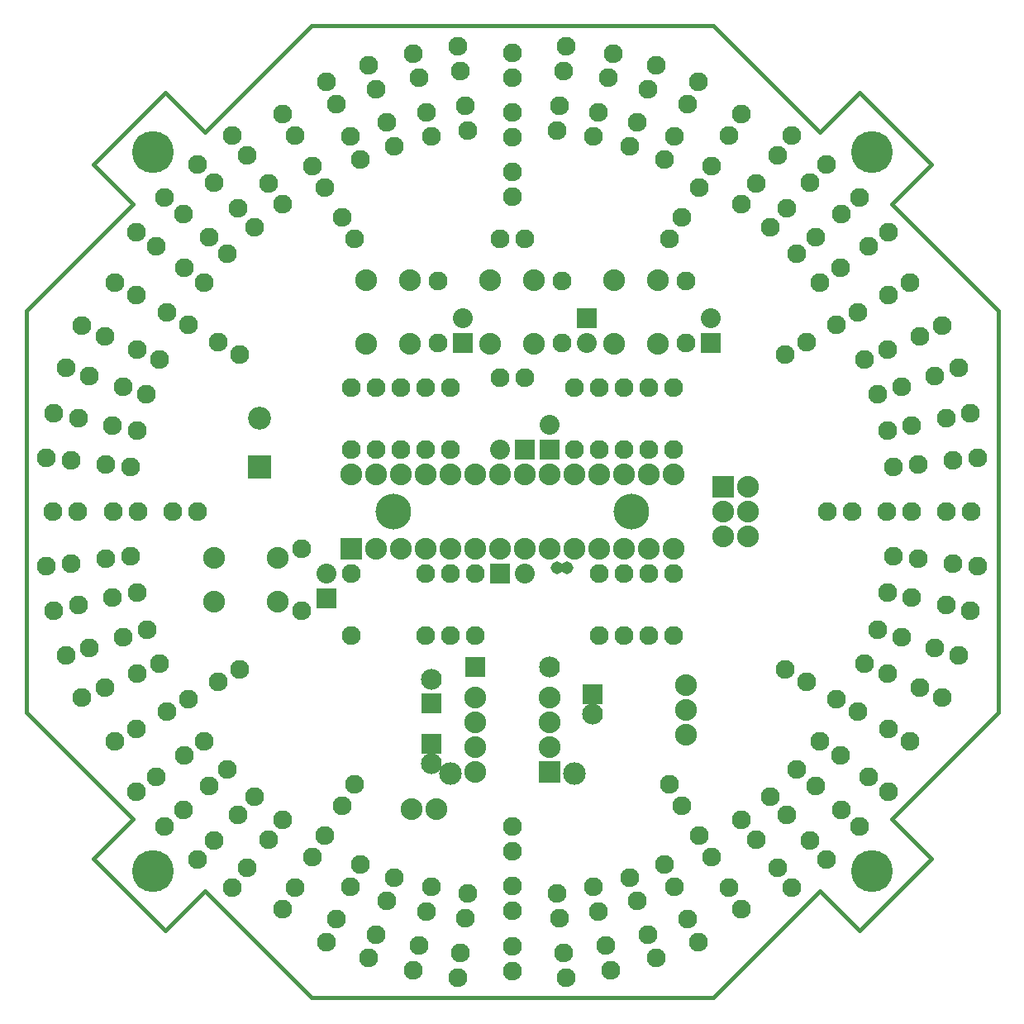
<source format=gts>
G04 (created by PCBNEW-RS274X (2012-01-19 BZR 3256)-stable) date 2/20/2012 2:12:22 PM*
G01*
G70*
G90*
%MOIN*%
G04 Gerber Fmt 3.4, Leading zero omitted, Abs format*
%FSLAX34Y34*%
G04 APERTURE LIST*
%ADD10C,0.006000*%
%ADD11C,0.015000*%
%ADD12C,0.076000*%
%ADD13R,0.080000X0.080000*%
%ADD14C,0.080000*%
%ADD15C,0.084000*%
%ADD16R,0.084000X0.084000*%
%ADD17R,0.088000X0.088000*%
%ADD18C,0.088000*%
%ADD19C,0.169000*%
%ADD20C,0.051500*%
%ADD21R,0.092000X0.092000*%
%ADD22C,0.092000*%
%ADD23C,0.091200*%
%ADD24C,0.144000*%
G04 APERTURE END LIST*
G54D10*
G54D11*
X46000Y-56900D02*
X47600Y-55300D01*
X43100Y-54000D02*
X46000Y-56900D01*
X44700Y-52400D02*
X43100Y-54000D01*
X76900Y-54000D02*
X74000Y-56900D01*
X75300Y-52400D02*
X76900Y-54000D01*
X72400Y-55300D02*
X74000Y-56900D01*
X47600Y-24700D02*
X51900Y-20400D01*
X46000Y-23100D02*
X43100Y-26000D01*
X47600Y-24700D02*
X46000Y-23100D01*
X44700Y-27600D02*
X43100Y-26000D01*
X79600Y-48100D02*
X75300Y-52400D01*
X68100Y-59600D02*
X72400Y-55300D01*
X40400Y-48100D02*
X44700Y-52400D01*
X51900Y-59600D02*
X47600Y-55300D01*
X40400Y-31900D02*
X44700Y-27600D01*
X75300Y-27600D02*
X79600Y-31900D01*
X72400Y-24700D02*
X68100Y-20400D01*
X76900Y-26000D02*
X74000Y-23100D01*
X75300Y-27600D02*
X76900Y-26000D01*
X72400Y-24700D02*
X74000Y-23100D01*
X79600Y-31900D02*
X79600Y-48100D01*
X51900Y-20400D02*
X68100Y-20400D01*
X40400Y-48100D02*
X40400Y-31900D01*
X68100Y-59600D02*
X51900Y-59600D01*
G54D12*
X60000Y-26295D03*
X60000Y-27295D03*
X60000Y-21488D03*
X60000Y-22488D03*
X69256Y-23968D03*
X68756Y-24834D03*
X60000Y-23906D03*
X60000Y-24906D03*
X68047Y-26062D03*
X67547Y-26928D03*
X66852Y-28131D03*
X66352Y-28997D03*
X62187Y-21222D03*
X62083Y-22216D03*
X64068Y-21518D03*
X63860Y-22496D03*
X65797Y-22004D03*
X65487Y-22956D03*
X67495Y-22644D03*
X67089Y-23558D03*
X61906Y-23623D03*
X61802Y-24617D03*
X63469Y-23881D03*
X63261Y-24859D03*
X65056Y-24305D03*
X64746Y-25257D03*
X66537Y-24863D03*
X66131Y-25777D03*
X76032Y-30744D03*
X75166Y-31244D03*
X73938Y-31953D03*
X73072Y-32453D03*
X71869Y-33148D03*
X71003Y-33648D03*
X71283Y-24830D03*
X70695Y-25640D03*
X72686Y-25982D03*
X72016Y-26726D03*
X74018Y-27314D03*
X73274Y-27984D03*
X75170Y-28717D03*
X74360Y-29305D03*
X69840Y-26769D03*
X69252Y-27579D03*
X71064Y-27774D03*
X70394Y-28518D03*
X72226Y-28936D03*
X71482Y-29606D03*
X73231Y-30160D03*
X72421Y-30748D03*
X78512Y-40000D03*
X77512Y-40000D03*
X76094Y-40000D03*
X75094Y-40000D03*
X73705Y-40000D03*
X72705Y-40000D03*
X77356Y-32505D03*
X76442Y-32911D03*
X77996Y-34203D03*
X77044Y-34513D03*
X78482Y-36022D03*
X77504Y-36230D03*
X78778Y-37813D03*
X77784Y-37917D03*
X75137Y-33463D03*
X74223Y-33869D03*
X75695Y-34944D03*
X74743Y-35254D03*
X76119Y-36531D03*
X75141Y-36739D03*
X76377Y-38094D03*
X75383Y-38198D03*
X76032Y-49256D03*
X75166Y-48756D03*
X73938Y-48047D03*
X73072Y-47547D03*
X71869Y-46852D03*
X71003Y-46352D03*
X78778Y-42187D03*
X77784Y-42083D03*
X78482Y-43978D03*
X77504Y-43770D03*
X77996Y-45797D03*
X77044Y-45487D03*
X77356Y-47495D03*
X76442Y-47089D03*
X76377Y-41906D03*
X75383Y-41802D03*
X76119Y-43469D03*
X75141Y-43261D03*
X75695Y-45056D03*
X74743Y-44746D03*
X75137Y-46537D03*
X74223Y-46131D03*
X69256Y-56032D03*
X68756Y-55166D03*
X68047Y-53938D03*
X67547Y-53072D03*
X66852Y-51869D03*
X66352Y-51003D03*
X75170Y-51283D03*
X74360Y-50695D03*
X74018Y-52686D03*
X73274Y-52016D03*
X72686Y-54018D03*
X72016Y-53274D03*
X71283Y-55170D03*
X70695Y-54360D03*
X73231Y-49840D03*
X72421Y-49252D03*
X72226Y-51064D03*
X71482Y-50394D03*
X71064Y-52226D03*
X70394Y-51482D03*
X69840Y-53231D03*
X69252Y-52421D03*
X60000Y-58512D03*
X60000Y-57512D03*
X60000Y-56094D03*
X60000Y-55094D03*
X60000Y-53705D03*
X60000Y-52705D03*
X67495Y-57356D03*
X67089Y-56442D03*
X65797Y-57996D03*
X65487Y-57044D03*
X63978Y-58482D03*
X63770Y-57504D03*
X62187Y-58778D03*
X62083Y-57784D03*
X66537Y-55137D03*
X66131Y-54223D03*
X65056Y-55695D03*
X64746Y-54743D03*
X63469Y-56119D03*
X63261Y-55141D03*
X61906Y-56377D03*
X61802Y-55383D03*
X50744Y-56032D03*
X51244Y-55166D03*
X51953Y-53938D03*
X52453Y-53072D03*
X53148Y-51869D03*
X53648Y-51003D03*
X57813Y-58778D03*
X57917Y-57784D03*
X56022Y-58482D03*
X56230Y-57504D03*
X54203Y-57996D03*
X54513Y-57044D03*
X52505Y-57356D03*
X52911Y-56442D03*
X58094Y-56377D03*
X58198Y-55383D03*
X56531Y-56119D03*
X56739Y-55141D03*
X54944Y-55695D03*
X55254Y-54743D03*
X53463Y-55137D03*
X53869Y-54223D03*
X43968Y-49256D03*
X44834Y-48756D03*
X46062Y-48047D03*
X46928Y-47547D03*
X48131Y-46852D03*
X48997Y-46352D03*
X48717Y-55170D03*
X49305Y-54360D03*
X47314Y-54018D03*
X47984Y-53274D03*
X45982Y-52686D03*
X46726Y-52016D03*
X44830Y-51283D03*
X45640Y-50695D03*
X50160Y-53231D03*
X50748Y-52421D03*
X48936Y-52226D03*
X49606Y-51482D03*
X47774Y-51064D03*
X48518Y-50394D03*
X46769Y-49840D03*
X47579Y-49252D03*
X62000Y-33200D03*
X62000Y-30700D03*
X57500Y-35000D03*
X57500Y-37500D03*
X56500Y-35000D03*
X56500Y-37500D03*
X67000Y-33200D03*
X67000Y-30700D03*
X57000Y-33200D03*
X57000Y-30700D03*
X66500Y-45000D03*
X66500Y-42500D03*
X65500Y-35000D03*
X65500Y-37500D03*
X56500Y-42500D03*
X56500Y-45000D03*
X58500Y-45000D03*
X58500Y-42500D03*
X64500Y-45000D03*
X64500Y-42500D03*
X55500Y-35000D03*
X55500Y-37500D03*
X53500Y-35000D03*
X53500Y-37500D03*
X66500Y-35000D03*
X66500Y-37500D03*
X54500Y-35000D03*
X54500Y-37500D03*
X57500Y-45000D03*
X57500Y-42500D03*
X63500Y-45000D03*
X63500Y-42500D03*
X65500Y-45000D03*
X65500Y-42500D03*
X53500Y-45000D03*
X53500Y-42500D03*
X63500Y-35000D03*
X63500Y-37500D03*
X64500Y-35000D03*
X64500Y-37500D03*
X62500Y-35000D03*
X62500Y-37500D03*
X51500Y-41500D03*
X51500Y-44000D03*
G54D13*
X59500Y-42500D03*
G54D14*
X60500Y-42500D03*
G54D13*
X61500Y-37500D03*
G54D14*
X61500Y-36500D03*
G54D13*
X63000Y-32200D03*
G54D14*
X63000Y-33200D03*
G54D13*
X60500Y-37500D03*
G54D14*
X59500Y-37500D03*
G54D13*
X68000Y-33200D03*
G54D14*
X68000Y-32200D03*
G54D13*
X58000Y-33200D03*
G54D14*
X58000Y-32200D03*
G54D13*
X52500Y-43500D03*
G54D14*
X52500Y-42500D03*
G54D15*
X61500Y-46250D03*
G54D16*
X58500Y-46250D03*
G54D17*
X61500Y-50500D03*
G54D18*
X61500Y-49500D03*
X61500Y-48500D03*
X61500Y-47500D03*
X58500Y-47500D03*
X58500Y-48500D03*
X58500Y-49500D03*
X58500Y-50500D03*
G54D12*
X41488Y-40000D03*
X42488Y-40000D03*
X43906Y-40000D03*
X44906Y-40000D03*
X46295Y-40000D03*
X47295Y-40000D03*
X42644Y-47495D03*
X43558Y-47089D03*
X42005Y-45799D03*
X42957Y-45489D03*
X41518Y-43978D03*
X42496Y-43770D03*
X41222Y-42187D03*
X42216Y-42083D03*
X44863Y-46537D03*
X45777Y-46131D03*
X44306Y-45057D03*
X45258Y-44747D03*
X43881Y-43469D03*
X44859Y-43261D03*
X43623Y-41906D03*
X44617Y-41802D03*
X60500Y-34600D03*
X59500Y-34600D03*
X60500Y-29000D03*
X59500Y-29000D03*
X43968Y-30744D03*
X44834Y-31244D03*
X46062Y-31953D03*
X46928Y-32453D03*
X48131Y-33148D03*
X48997Y-33648D03*
X41222Y-37813D03*
X42216Y-37917D03*
X41518Y-36022D03*
X42496Y-36230D03*
X42004Y-34203D03*
X42956Y-34513D03*
X42644Y-32505D03*
X43558Y-32911D03*
X43623Y-38094D03*
X44617Y-38198D03*
X43881Y-36531D03*
X44859Y-36739D03*
X44305Y-34944D03*
X45257Y-35254D03*
X44863Y-33463D03*
X45777Y-33869D03*
G54D18*
X54500Y-41500D03*
X55500Y-41500D03*
X56500Y-41500D03*
X57500Y-41500D03*
X58500Y-41500D03*
X59500Y-41500D03*
X60500Y-41500D03*
X61500Y-41500D03*
X62500Y-41500D03*
X63500Y-41500D03*
X64500Y-41500D03*
X65500Y-41500D03*
X66500Y-41500D03*
G54D17*
X53500Y-41500D03*
G54D18*
X66500Y-38500D03*
X65500Y-38500D03*
X64500Y-38500D03*
X63500Y-38500D03*
X62500Y-38500D03*
X61500Y-38500D03*
X60500Y-38500D03*
X59500Y-38500D03*
X58500Y-38500D03*
X57500Y-38500D03*
X56500Y-38500D03*
X55500Y-38500D03*
X54500Y-38500D03*
X53500Y-38500D03*
G54D12*
X50744Y-23968D03*
X51244Y-24834D03*
X51953Y-26062D03*
X52453Y-26928D03*
X53148Y-28131D03*
X53648Y-28997D03*
X44830Y-28717D03*
X45640Y-29305D03*
X45982Y-27314D03*
X46726Y-27984D03*
X47314Y-25982D03*
X47984Y-26726D03*
X48717Y-24830D03*
X49305Y-25640D03*
X46769Y-30160D03*
X47579Y-30748D03*
X47774Y-28936D03*
X48518Y-29606D03*
X48936Y-27774D03*
X49606Y-28518D03*
X50160Y-26769D03*
X50748Y-27579D03*
X52503Y-22644D03*
X52909Y-23558D03*
X54203Y-22004D03*
X54513Y-22956D03*
X56022Y-21518D03*
X56230Y-22496D03*
X57813Y-21222D03*
X57917Y-22216D03*
X53463Y-24863D03*
X53869Y-25777D03*
X54944Y-24305D03*
X55254Y-25257D03*
X56531Y-23881D03*
X56739Y-24859D03*
X58094Y-23623D03*
X58198Y-24617D03*
G54D18*
X60886Y-33230D03*
X59114Y-33230D03*
X60886Y-30670D03*
X59114Y-30670D03*
X65886Y-33230D03*
X64114Y-33230D03*
X65886Y-30670D03*
X64114Y-30670D03*
X55886Y-33230D03*
X54114Y-33230D03*
X55886Y-30670D03*
X54114Y-30670D03*
X47970Y-43636D03*
X47970Y-41864D03*
X50530Y-43636D03*
X50530Y-41864D03*
X67000Y-49000D03*
X67000Y-48000D03*
X67000Y-47000D03*
G54D19*
X45500Y-25500D03*
X74500Y-25500D03*
X45500Y-54500D03*
X74500Y-54500D03*
G54D20*
X61803Y-42250D03*
X62197Y-42250D03*
G54D21*
X49800Y-38184D03*
G54D22*
X49800Y-36216D03*
G54D16*
X56750Y-47742D03*
G54D15*
X56750Y-46758D03*
G54D16*
X56750Y-49356D03*
G54D15*
X56750Y-50144D03*
G54D16*
X63250Y-47356D03*
G54D15*
X63250Y-48144D03*
G54D18*
X55950Y-52000D03*
X56950Y-52000D03*
G54D23*
X62500Y-50559D03*
X57500Y-50559D03*
G54D24*
X55201Y-40000D03*
X64799Y-40000D03*
G54D17*
X68500Y-39000D03*
G54D18*
X69500Y-39000D03*
X68500Y-40000D03*
X69500Y-40000D03*
X68500Y-41000D03*
X69500Y-41000D03*
M02*

</source>
